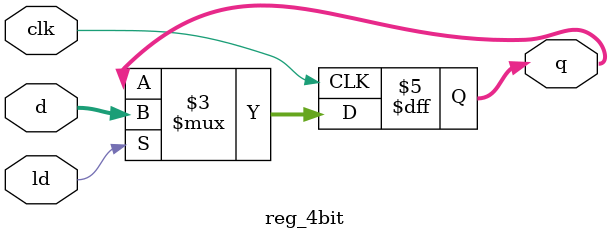
<source format=v>
`timescale 1 ns/100 ps

module reg_4bit ( input ld,
                  input clk,
                 input [3:0] d,
                 output [3:0] q);
  always @(negedge clk) begin
    if (ld) begin
      q = d;
    end else begin end // Implica em manter o valor de q como esta
  end
endmodule

</source>
